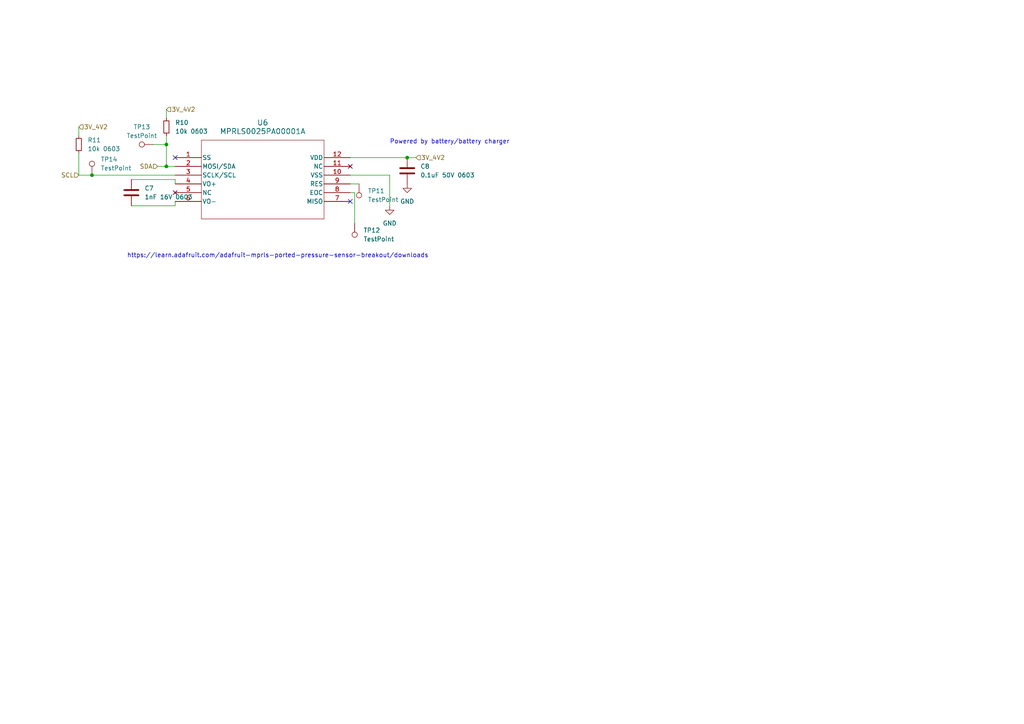
<source format=kicad_sch>
(kicad_sch (version 20230121) (generator eeschema)
  (paper "A4")
  (title_block (title "Pressure Sensor") (date "2024-01-12") (comment 1 "Jacqueline Wang"))
  (lib_symbols
    (symbol "Connector:TestPoint" (pin_numbers hide) (pin_names (offset 0.762) hide)
      (property "Reference" "TP" (at 0 6.858 0))
      (property "Value" "TestPoint" (at 0 5.08 0))
      (symbol "TestPoint_0_1"
        (circle (center 0 3.302) (radius 0.762))
      )
      (symbol "TestPoint_1_1"
        (pin passive line (at 0 0 90) (length 2.54) (name "1") (number "1"))
      )
    )
    (symbol "Device:C" (pin_numbers hide) (pin_names (offset 0.254))
      (property "Reference" "C" (at 0.635 2.54 0))
      (property "Value" "C" (at 0.635 -2.54 0))
      (symbol "C_0_1"
        (polyline (pts (xy -2.032 -0.762) (xy 2.032 -0.762)) (stroke (width 0.508)))
        (polyline (pts (xy -2.032 0.762) (xy 2.032 0.762)) (stroke (width 0.508)))
      )
      (symbol "C_1_1"
        (pin passive line (at 0 3.81 270) (length 2.794) (name "~") (number "1"))
        (pin passive line (at 0 -3.81 90) (length 2.794) (name "~") (number "2"))
      )
    )
    (symbol "Device:R_Small" (pin_numbers hide) (pin_names (offset 0.254) hide)
      (property "Reference" "R" (at 0.762 0.508 0))
      (property "Value" "R_Small" (at 0.762 -1.016 0))
      (symbol "R_Small_0_1"
        (rectangle (start -0.762 1.778) (end 0.762 -1.778) (stroke (width 0.2032)))
      )
      (symbol "R_Small_1_1"
        (pin passive line (at 0 2.54 270) (length 0.762) (name "~") (number "1"))
        (pin passive line (at 0 -2.54 90) (length 0.762) (name "~") (number "2"))
      )
    )
    (symbol "Symbol Library:MPRLS0025PA00001A" (pin_names (offset 0.254))
      (property "Reference" "U" (at 25.4 10.16 0))
      (property "Value" "MPRLS0025PA00001A" (at 25.4 7.62 0))
      (symbol "MPRLS0025PA00001A_0_1"
        (polyline (pts (xy 7.62 -17.78) (xy 43.18 -17.78)) (stroke (width 0.127)))
        (polyline (pts (xy 7.62 5.08) (xy 7.62 -17.78)) (stroke (width 0.127)))
        (polyline (pts (xy 43.18 -17.78) (xy 43.18 5.08)) (stroke (width 0.127)))
        (polyline (pts (xy 43.18 5.08) (xy 7.62 5.08)) (stroke (width 0.127)))
        (pin unspecified line (at 0 0 0) (length 7.62) (name "SS") (number "1"))
        (pin power_out line (at 50.8 -5.08 180) (length 7.62) (name "VSS") (number "10"))
        (pin no_connect line (at 50.8 -2.54 180) (length 7.62) (name "NC") (number "11"))
        (pin power_in line (at 50.8 0 180) (length 7.62) (name "VDD") (number "12"))
        (pin bidirectional line (at 0 -2.54 0) (length 7.62) (name "MOSI/SDA") (number "2"))
        (pin input line (at 0 -5.08 0) (length 7.62) (name "SCLK/SCL") (number "3"))
        (pin output line (at 0 -7.62 0) (length 7.62) (name "VO+") (number "4"))
        (pin no_connect line (at 0 -10.16 0) (length 7.62) (name "NC") (number "5"))
        (pin output line (at 0 -12.7 0) (length 7.62) (name "VO-") (number "6"))
        (pin output line (at 50.8 -12.7 180) (length 7.62) (name "MISO") (number "7"))
        (pin unspecified line (at 50.8 -10.16 180) (length 7.62) (name "EOC") (number "8"))
        (pin unspecified line (at 50.8 -7.62 180) (length 7.62) (name "RES") (number "9"))
      )
    )
    (symbol "power:GND" (power) (pin_names (offset 0))
      (property "Value" "GND" (at 0 -3.81 0))
      (symbol "GND_0_1"
        (polyline (pts (xy 0 0) (xy 0 -1.27) (xy 1.27 -1.27) (xy 0 -2.54) (xy -1.27 -1.27) (xy 0 -1.27)))
      )
      (symbol "GND_1_1"
        (pin power_in line (at 0 0 270) (length 0) hide (name "GND") (number "1"))
      )
    )
  )
  (junction (at 26.67 50.8))
  (junction (at 48.26 41.91))
  (junction (at 48.26 48.26))
  (junction (at 118.11 45.72))
  (no_connect (at 50.8 45.72))
  (no_connect (at 101.6 58.42))
  (no_connect (at 50.8 55.88))
  (no_connect (at 101.6 48.26))
  (wire (pts (xy 44.45 41.91) (xy 48.26 41.91)))
  (wire (pts (xy 48.26 31.75) (xy 48.26 34.29)))
  (wire (pts (xy 48.26 48.26) (xy 50.8 48.26)))
  (wire (pts (xy 38.1 52.07) (xy 50.8 52.07)))
  (wire (pts (xy 22.86 50.8) (xy 26.67 50.8)))
  (wire (pts (xy 113.03 50.8) (xy 101.6 50.8)))
  (wire (pts (xy 113.03 59.69) (xy 113.03 50.8)))
  (wire (pts (xy 38.1 59.69) (xy 50.8 59.69)))
  (wire (pts (xy 45.72 48.26) (xy 48.26 48.26)))
  (wire (pts (xy 102.87 55.88) (xy 101.6 55.88)))
  (wire (pts (xy 102.87 64.77) (xy 102.87 55.88)))
  (wire (pts (xy 48.26 39.37) (xy 48.26 41.91)))
  (wire (pts (xy 120.65 45.72) (xy 118.11 45.72)))
  (wire (pts (xy 22.86 44.45) (xy 22.86 50.8)))
  (wire (pts (xy 22.86 36.83) (xy 22.86 39.37)))
  (wire (pts (xy 104.14 53.34) (xy 101.6 53.34)))
  (wire (pts (xy 48.26 41.91) (xy 48.26 48.26)))
  (wire (pts (xy 26.67 50.8) (xy 50.8 50.8)))
  (wire (pts (xy 50.8 52.07) (xy 50.8 53.34)))
  (wire (pts (xy 118.11 45.72) (xy 101.6 45.72)))
  (wire (pts (xy 50.8 59.69) (xy 50.8 58.42)))
  (text "https://learn.adafruit.com/adafruit-mprls-ported-pressure-sensor-breakout/downloads" (at 36.83 74.93 0) (effects (font (size 1.27 1.27)) (justify left bottom)))
  (text "Powered by battery/battery charger" (at 113.03 41.91 0) (effects (font (size 1.27 1.27)) (justify left bottom)))
  (hierarchical_label "3V_4V2" (shape input) (at 48.26 31.75 0))
  (hierarchical_label "3V_4V2" (shape input) (at 120.65 45.72 0))
  (hierarchical_label "SDA" (shape input) (at 45.72 48.26 180))
  (hierarchical_label "3V_4V2" (shape input) (at 22.86 36.83 0))
  (hierarchical_label "SCL" (shape input) (at 22.86 50.8 180))
  (symbol (lib_id "Connector:TestPoint") (at 26.67 50.8 0) (unit 1)
    (property "Reference" "TP14" (at 29.21 46.228 0) (effects (justify left)))
    (property "Value" "TestPoint" (at 29.21 48.768 0) (effects (justify left)))
    (property "Footprint" "TestPoint:TestPoint_Keystone_5015_Micro-Minature" (effects hide))
    (property "Datasheet" "https://www.koaspeer.com/pdfs/RC.pdf" (effects hide))
    (property "Digikey PN" "2019-RCWCTECT-ND" (effects hide))
    (property "MPN" "RCWCTE" (effects hide))
  )
  (symbol (lib_id "Device:R_Small") (at 48.26 36.83 0) (unit 1)
    (property "Reference" "R10" (at 50.8 35.56 0) (effects (justify left)))
    (property "Value" "10k 0603" (at 50.8 38.1 0) (effects (justify left)))
    (property "Footprint" "Resistor_SMD:R_0603_1608Metric_Pad0.98x0.95mm_HandSolder" (effects hide))
    (property "Datasheet" "https://www.vishay.com/docs/20035/dcrcwe3.pdf" (effects hide))
    (property "Digikey PN" "541-10.0KHCT-ND" (effects hide))
    (property "MPN" "CRCW060310K0FKEA" (effects hide))
  )
  (symbol (lib_id "Connector:TestPoint") (at 44.45 41.91 90) (unit 1)
    (property "Reference" "TP13" (at 41.148 36.83 90))
    (property "Value" "TestPoint" (at 41.148 39.37 90))
    (property "Footprint" "TestPoint:TestPoint_Keystone_5015_Micro-Minature" (effects hide))
    (property "Datasheet" "https://www.koaspeer.com/pdfs/RC.pdf" (effects hide))
    (property "Digikey PN" "2019-RCWCTECT-ND" (effects hide))
    (property "MPN" "RCWCTE" (effects hide))
  )
  (symbol (lib_id "Symbol Library:MPRLS0025PA00001A") (at 50.8 45.72 0) (unit 1)
    (property "Reference" "U6" (at 76.2 35.56 0) (effects (font (size 1.524 1.524))))
    (property "Value" "MPRLS0025PA00001A" (at 76.2 38.1 0) (effects (font (size 1.524 1.524))))
    (property "Footprint" "Project Library:MPRLS" (effects hide))
    (property "Datasheet" "https://prod-edam.honeywell.com/content/dam/honeywell-edam/sps/siot/en-us/products/sensors/pressure-sensors/board-mount-pressure-sensors/micropressure-mpr-series/documents/sps-siot-mpr-series-datasheet-32332628-ciid-172626.pdf?download=false" (effects hide))
    (property "Digikey PN" "480-7098-1-ND" (effects hide))
    (property "MPN" "MPRLS0025PA00001A" (effects hide))
  )
  (symbol (lib_id "Device:C") (at 38.1 55.88 0) (unit 1)
    (property "Reference" "C7" (at 41.91 54.61 0) (effects (justify left)))
    (property "Value" "1nF 16V 0603" (at 41.91 57.15 0) (effects (justify left)))
    (property "Footprint" "Capacitor_SMD:C_0603_1608Metric_Pad1.08x0.95mm_HandSolder" (effects hide))
    (property "Datasheet" "https://connect.kemet.com:7667/gateway/IntelliData-ComponentDocumentation/1.0/download/datasheet/C0603C102K4RECAUTO" (effects hide))
    (property "Digikey PN" "399-17878-1-ND" (effects hide))
    (property "MPN" "C0603C102K4RECAUTO" (effects hide))
  )
  (symbol (lib_id "Connector:TestPoint") (at 104.14 53.34 180) (unit 1)
    (property "Reference" "TP11" (at 106.68 55.372 0) (effects (justify right)))
    (property "Value" "TestPoint" (at 106.68 57.912 0) (effects (justify right)))
    (property "Footprint" "TestPoint:TestPoint_Keystone_5015_Micro-Minature" (effects hide))
    (property "Datasheet" "https://www.koaspeer.com/pdfs/RC.pdf" (effects hide))
    (property "Digikey PN" "2019-RCWCTECT-ND" (effects hide))
    (property "MPN" "RCWCTE" (effects hide))
  )
  (symbol (lib_id "power:GND") (at 118.11 53.34 0) (unit 1)
    (property "Reference" "#PWR020" (effects hide))
    (property "Value" "GND" (at 118.11 58.42 0))
  )
  (symbol (lib_id "Device:R_Small") (at 22.86 41.91 0) (unit 1)
    (property "Reference" "R11" (at 25.4 40.64 0) (effects (justify left)))
    (property "Value" "10k 0603" (at 25.4 43.18 0) (effects (justify left)))
    (property "Footprint" "Resistor_SMD:R_0603_1608Metric_Pad0.98x0.95mm_HandSolder" (effects hide))
    (property "Datasheet" "https://www.vishay.com/docs/20035/dcrcwe3.pdf" (effects hide))
    (property "Digikey PN" "541-10.0KHCT-ND" (effects hide))
    (property "MPN" "CRCW060310K0FKEA" (effects hide))
  )
  (symbol (lib_id "Device:C") (at 118.11 49.53 0) (unit 1)
    (property "Reference" "C8" (at 121.92 48.26 0) (effects (justify left)))
    (property "Value" "0.1uF 50V 0603" (at 121.92 50.8 0) (effects (justify left)))
    (property "Footprint" "Capacitor_SMD:C_0603_1608Metric_Pad1.08x0.95mm_HandSolder" (effects hide))
    (property "Datasheet" "https://mm.digikey.com/Volume0/opasdata/d220001/medias/docus/658/CL10B104KB8NNNL_Spec.pdf" (effects hide))
    (property "Digikey PN" "1276-CL10B104KB8NNNLCT-ND" (effects hide))
    (property "MPN" "CL10B104KB8NNNL" (effects hide))
  )
  (symbol (lib_id "Connector:TestPoint") (at 102.87 64.77 180) (unit 1)
    (property "Reference" "TP12" (at 105.41 66.802 0) (effects (justify right)))
    (property "Value" "TestPoint" (at 105.41 69.342 0) (effects (justify right)))
    (property "Footprint" "TestPoint:TestPoint_Keystone_5015_Micro-Minature" (effects hide))
    (property "Datasheet" "https://www.koaspeer.com/pdfs/RC.pdf" (effects hide))
    (property "Digikey PN" "2019-RCWCTECT-ND" (effects hide))
    (property "MPN" "RCWCTE" (effects hide))
  )
  (symbol (lib_id "power:GND") (at 113.03 59.69 0) (unit 1)
    (property "Reference" "#PWR021" (effects hide))
    (property "Value" "GND" (at 113.03 64.77 0))
  )
)
</source>
